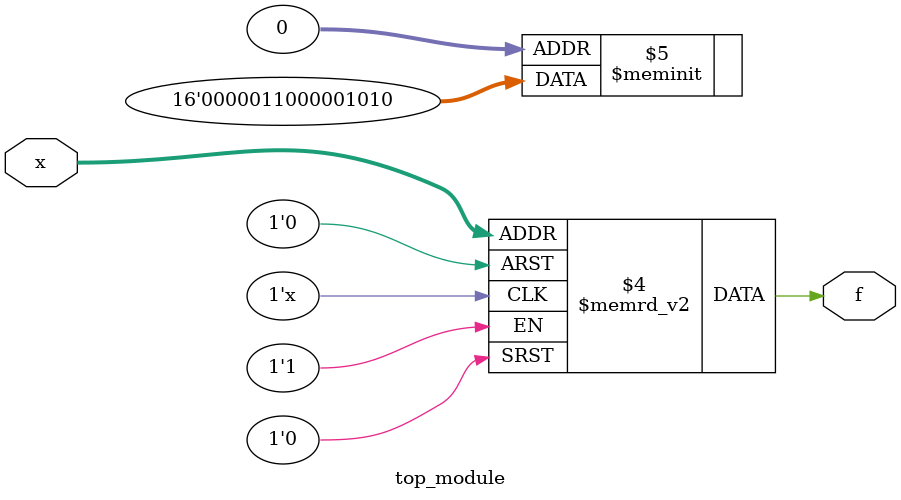
<source format=sv>
module top_module (
    input [4:1] x,
    output logic f
);

always_comb begin
    case (x)
        4'b0001, 4'b0011, 4'b1001, 4'b1010: f = 1'b1;
        4'b0101, 4'b0111, 4'b1100, 4'b1101, 4'b1110: f = 1'b0;
        4'b0000, 4'b1111: f = 1'b0; // handle don't-care cases
        default: f = 1'b0; // handle any other cases
    endcase
end

endmodule

</source>
